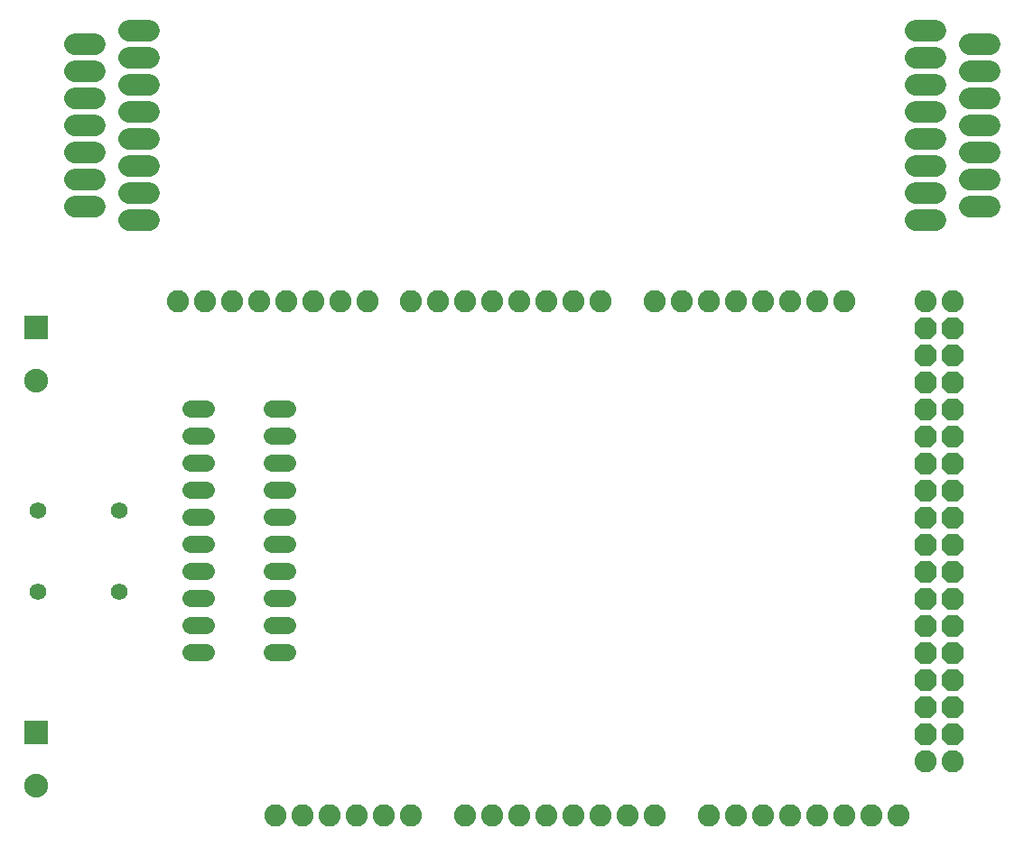
<source format=gbs>
G75*
G70*
%OFA0B0*%
%FSLAX24Y24*%
%IPPOS*%
%LPD*%
%AMOC8*
5,1,8,0,0,1.08239X$1,22.5*
%
%ADD10C,0.0820*%
%ADD11OC8,0.0820*%
%ADD12C,0.0792*%
%ADD13C,0.0640*%
%ADD14C,0.0620*%
%ADD15R,0.0880X0.0880*%
%ADD16C,0.0880*%
D10*
X013500Y002554D03*
X014500Y002554D03*
X015500Y002554D03*
X016500Y002554D03*
X017500Y002554D03*
X018500Y002554D03*
X020500Y002554D03*
X021500Y002554D03*
X022500Y002554D03*
X023500Y002554D03*
X024500Y002554D03*
X025500Y002554D03*
X026500Y002554D03*
X027500Y002554D03*
X029500Y002554D03*
X030500Y002554D03*
X031500Y002554D03*
X032500Y002554D03*
X033500Y002554D03*
X034500Y002554D03*
X035500Y002554D03*
X036500Y002554D03*
X037500Y004554D03*
X038500Y004554D03*
X038500Y021554D03*
X037500Y021554D03*
X034500Y021554D03*
X033500Y021554D03*
X032500Y021554D03*
X031500Y021554D03*
X030500Y021554D03*
X029500Y021554D03*
X028500Y021554D03*
X027500Y021554D03*
X025500Y021554D03*
X024500Y021554D03*
X023500Y021554D03*
X022500Y021554D03*
X021500Y021554D03*
X020500Y021554D03*
X019500Y021554D03*
X018500Y021554D03*
X016900Y021554D03*
X015900Y021554D03*
X014900Y021554D03*
X013900Y021554D03*
X012900Y021554D03*
X011900Y021554D03*
X010900Y021554D03*
X009900Y021554D03*
D11*
X037500Y020554D03*
X038500Y020554D03*
X038500Y019554D03*
X037500Y019554D03*
X037500Y018554D03*
X038500Y018554D03*
X038500Y017554D03*
X037500Y017554D03*
X037500Y016554D03*
X038500Y016554D03*
X038500Y015554D03*
X037500Y015554D03*
X037500Y014554D03*
X038500Y014554D03*
X038500Y013554D03*
X037500Y013554D03*
X037500Y012554D03*
X038500Y012554D03*
X038500Y011554D03*
X037500Y011554D03*
X037500Y010554D03*
X038500Y010554D03*
X038500Y009554D03*
X037500Y009554D03*
X037500Y008554D03*
X038500Y008554D03*
X038500Y007554D03*
X037500Y007554D03*
X037500Y006554D03*
X038500Y006554D03*
X038500Y005554D03*
X037500Y005554D03*
D12*
X037140Y024565D02*
X037852Y024565D01*
X037852Y025565D02*
X037140Y025565D01*
X037140Y026565D02*
X037852Y026565D01*
X037852Y027565D02*
X037140Y027565D01*
X037140Y028565D02*
X037852Y028565D01*
X037852Y029565D02*
X037140Y029565D01*
X037140Y030565D02*
X037852Y030565D01*
X037852Y031565D02*
X037140Y031565D01*
X039140Y031065D02*
X039852Y031065D01*
X039852Y030065D02*
X039140Y030065D01*
X039140Y029065D02*
X039852Y029065D01*
X039852Y028065D02*
X039140Y028065D01*
X039140Y027065D02*
X039852Y027065D01*
X039852Y026065D02*
X039140Y026065D01*
X039140Y025065D02*
X039852Y025065D01*
X008813Y024565D02*
X008100Y024565D01*
X008100Y025565D02*
X008813Y025565D01*
X008813Y026565D02*
X008100Y026565D01*
X008100Y027565D02*
X008813Y027565D01*
X008813Y028565D02*
X008100Y028565D01*
X008100Y029565D02*
X008813Y029565D01*
X008813Y030565D02*
X008100Y030565D01*
X008100Y031565D02*
X008813Y031565D01*
X006813Y031065D02*
X006100Y031065D01*
X006100Y030065D02*
X006813Y030065D01*
X006813Y029065D02*
X006100Y029065D01*
X006100Y028065D02*
X006813Y028065D01*
X006813Y027065D02*
X006100Y027065D01*
X006100Y026065D02*
X006813Y026065D01*
X006813Y025065D02*
X006100Y025065D01*
D13*
X010370Y017605D02*
X010930Y017605D01*
X010930Y016605D02*
X010370Y016605D01*
X010370Y015605D02*
X010930Y015605D01*
X010930Y014605D02*
X010370Y014605D01*
X010370Y013605D02*
X010930Y013605D01*
X010930Y012605D02*
X010370Y012605D01*
X010370Y011605D02*
X010930Y011605D01*
X010930Y010605D02*
X010370Y010605D01*
X010370Y009605D02*
X010930Y009605D01*
X010930Y008605D02*
X010370Y008605D01*
X013370Y008605D02*
X013930Y008605D01*
X013930Y009605D02*
X013370Y009605D01*
X013370Y010605D02*
X013930Y010605D01*
X013930Y011605D02*
X013370Y011605D01*
X013370Y012605D02*
X013930Y012605D01*
X013930Y013605D02*
X013370Y013605D01*
X013370Y014605D02*
X013930Y014605D01*
X013930Y015605D02*
X013370Y015605D01*
X013370Y016605D02*
X013930Y016605D01*
X013930Y017605D02*
X013370Y017605D01*
D14*
X007744Y013817D03*
X004744Y013817D03*
X004744Y010817D03*
X007744Y010817D03*
D15*
X004669Y005624D03*
X004669Y020585D03*
D16*
X004669Y003656D03*
X004669Y018617D03*
M02*

</source>
